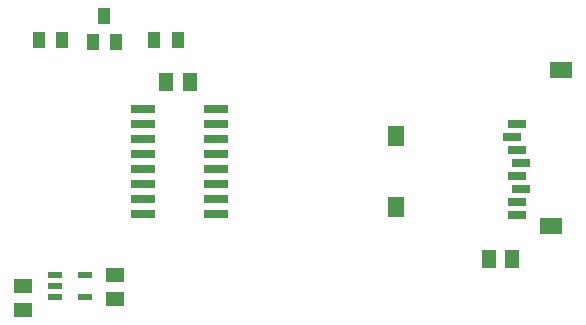
<source format=gbr>
G04 EAGLE Gerber RS-274X export*
G75*
%MOMM*%
%FSLAX34Y34*%
%LPD*%
%INSolderpaste Top*%
%IPPOS*%
%AMOC8*
5,1,8,0,0,1.08239X$1,22.5*%
G01*
%ADD10R,2.032000X0.660400*%
%ADD11R,1.900000X1.400000*%
%ADD12R,1.400000X1.800000*%
%ADD13R,1.500000X0.700000*%
%ADD14R,1.200000X0.550000*%
%ADD15R,1.100000X1.400000*%
%ADD16R,1.000000X1.400000*%
%ADD17R,1.600000X1.300000*%
%ADD18R,1.300000X1.600000*%


D10*
X-94234Y43180D03*
X-32766Y43180D03*
X-94234Y30480D03*
X-94234Y17780D03*
X-32766Y30480D03*
X-32766Y17780D03*
X-94234Y5080D03*
X-32766Y5080D03*
X-94234Y-7620D03*
X-32766Y-7620D03*
X-94234Y-20320D03*
X-94234Y-33020D03*
X-32766Y-20320D03*
X-32766Y-33020D03*
X-94234Y-45720D03*
X-32766Y-45720D03*
D11*
X250970Y-55690D03*
X259970Y76310D03*
D12*
X119970Y-39690D03*
X119970Y20310D03*
D13*
X221970Y-46690D03*
X221970Y-35690D03*
X225970Y-24690D03*
X221970Y-13690D03*
X225970Y-2690D03*
X221970Y8310D03*
X217970Y19310D03*
X221970Y30310D03*
D14*
X-169210Y-97180D03*
X-169210Y-106680D03*
X-169210Y-116180D03*
X-143210Y-116180D03*
X-143210Y-97180D03*
D15*
X-64930Y101600D03*
X-84930Y101600D03*
D16*
X-127000Y121490D03*
X-117500Y99490D03*
X-136500Y99490D03*
D15*
X-162720Y101600D03*
X-182720Y101600D03*
D17*
X-195580Y-106840D03*
X-195580Y-126840D03*
X-118110Y-97950D03*
X-118110Y-117950D03*
D18*
X218280Y-83820D03*
X198280Y-83820D03*
X-74770Y66040D03*
X-54770Y66040D03*
M02*

</source>
